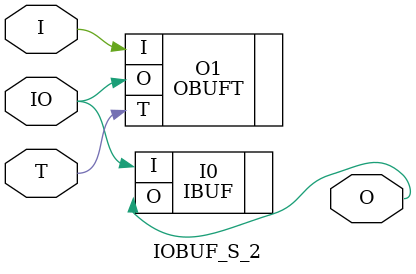
<source format=v>


`timescale  1 ps / 1 ps


module IOBUF_S_2 (O, IO, I, T);

    output O;

    inout  IO;

    input  I, T;

        OBUFT #( .SLEW("SLOW"), .DRIVE(2)) O1 (.O(IO), .I(I), .T(T)); 
	IBUF #(.IOSTANDARD("DEFAULT"))  I0 (.O(O), .I(IO));
        

endmodule



</source>
